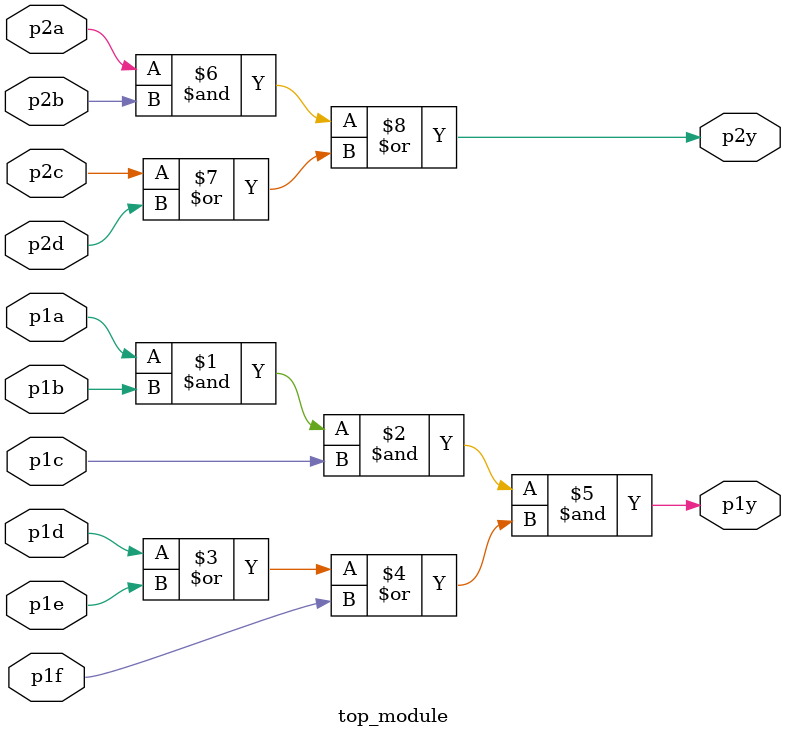
<source format=sv>
module top_module(
    input p1a, 
    input p1b, 
    input p1c, 
    input p1d,
    input p1e,
    input p1f,
    output p1y, 
    input p2a, 
    input p2b, 
    input p2c, 
    input p2d, 
    output p2y
);

    // For p1y
    assign p1y = (p1a & p1b & p1c) & (p1d | p1e | p1f);

    // For p2y
    assign p2y = (p2a & p2b) | (p2c | p2d);

endmodule

</source>
